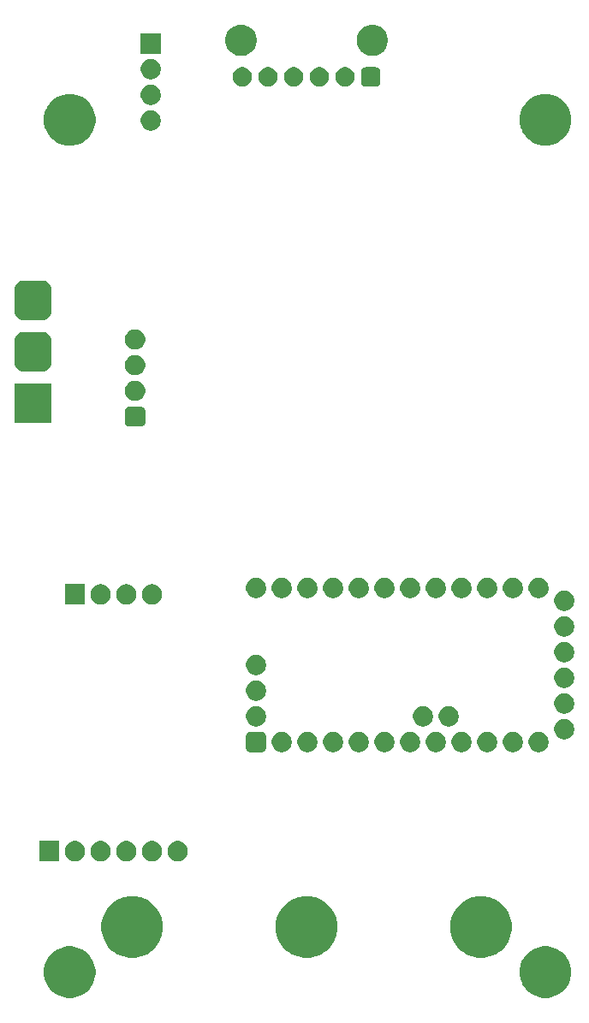
<source format=gbs>
%TF.GenerationSoftware,KiCad,Pcbnew,(5.1.6)-1*%
%TF.CreationDate,2020-11-10T13:56:35+01:00*%
%TF.ProjectId,uCurrent Meter,75437572-7265-46e7-9420-4d657465722e,rev?*%
%TF.SameCoordinates,Original*%
%TF.FileFunction,Soldermask,Bot*%
%TF.FilePolarity,Negative*%
%FSLAX46Y46*%
G04 Gerber Fmt 4.6, Leading zero omitted, Abs format (unit mm)*
G04 Created by KiCad (PCBNEW (5.1.6)-1) date 2020-11-10 13:56:35*
%MOMM*%
%LPD*%
G01*
G04 APERTURE LIST*
%ADD10C,0.150000*%
G04 APERTURE END LIST*
D10*
G36*
X156624098Y-146797033D02*
G01*
X157088350Y-146989332D01*
X157088352Y-146989333D01*
X157506168Y-147268509D01*
X157861491Y-147623832D01*
X157996575Y-147826000D01*
X158140668Y-148041650D01*
X158332967Y-148505902D01*
X158431000Y-148998747D01*
X158431000Y-149501253D01*
X158332967Y-149994098D01*
X158211093Y-150288329D01*
X158140667Y-150458352D01*
X157861491Y-150876168D01*
X157506168Y-151231491D01*
X157088352Y-151510667D01*
X157088351Y-151510668D01*
X157088350Y-151510668D01*
X156624098Y-151702967D01*
X156131253Y-151801000D01*
X155628747Y-151801000D01*
X155135902Y-151702967D01*
X154671650Y-151510668D01*
X154671649Y-151510668D01*
X154671648Y-151510667D01*
X154253832Y-151231491D01*
X153898509Y-150876168D01*
X153619333Y-150458352D01*
X153548907Y-150288329D01*
X153427033Y-149994098D01*
X153329000Y-149501253D01*
X153329000Y-148998747D01*
X153427033Y-148505902D01*
X153619332Y-148041650D01*
X153763425Y-147826000D01*
X153898509Y-147623832D01*
X154253832Y-147268509D01*
X154671648Y-146989333D01*
X154671650Y-146989332D01*
X155135902Y-146797033D01*
X155628747Y-146699000D01*
X156131253Y-146699000D01*
X156624098Y-146797033D01*
G37*
G36*
X109574098Y-146797033D02*
G01*
X110038350Y-146989332D01*
X110038352Y-146989333D01*
X110456168Y-147268509D01*
X110811491Y-147623832D01*
X110946575Y-147826000D01*
X111090668Y-148041650D01*
X111282967Y-148505902D01*
X111381000Y-148998747D01*
X111381000Y-149501253D01*
X111282967Y-149994098D01*
X111161093Y-150288329D01*
X111090667Y-150458352D01*
X110811491Y-150876168D01*
X110456168Y-151231491D01*
X110038352Y-151510667D01*
X110038351Y-151510668D01*
X110038350Y-151510668D01*
X109574098Y-151702967D01*
X109081253Y-151801000D01*
X108578747Y-151801000D01*
X108085902Y-151702967D01*
X107621650Y-151510668D01*
X107621649Y-151510668D01*
X107621648Y-151510667D01*
X107203832Y-151231491D01*
X106848509Y-150876168D01*
X106569333Y-150458352D01*
X106498907Y-150288329D01*
X106377033Y-149994098D01*
X106279000Y-149501253D01*
X106279000Y-148998747D01*
X106377033Y-148505902D01*
X106569332Y-148041650D01*
X106713425Y-147826000D01*
X106848509Y-147623832D01*
X107203832Y-147268509D01*
X107621648Y-146989333D01*
X107621650Y-146989332D01*
X108085902Y-146797033D01*
X108578747Y-146699000D01*
X109081253Y-146699000D01*
X109574098Y-146797033D01*
G37*
G36*
X150383293Y-141846248D02*
G01*
X150938539Y-142076238D01*
X150938540Y-142076239D01*
X151438249Y-142410134D01*
X151863216Y-142835101D01*
X151863217Y-142835103D01*
X152197112Y-143334811D01*
X152427102Y-143890057D01*
X152544350Y-144479501D01*
X152544350Y-145080499D01*
X152427102Y-145669943D01*
X152197112Y-146225189D01*
X152197111Y-146225190D01*
X151863216Y-146724899D01*
X151438249Y-147149866D01*
X151260687Y-147268509D01*
X150938539Y-147483762D01*
X150383293Y-147713752D01*
X149793849Y-147831000D01*
X149192851Y-147831000D01*
X148603407Y-147713752D01*
X148048161Y-147483762D01*
X147726013Y-147268509D01*
X147548451Y-147149866D01*
X147123484Y-146724899D01*
X146789589Y-146225190D01*
X146789588Y-146225189D01*
X146559598Y-145669943D01*
X146442350Y-145080499D01*
X146442350Y-144479501D01*
X146559598Y-143890057D01*
X146789588Y-143334811D01*
X147123483Y-142835103D01*
X147123484Y-142835101D01*
X147548451Y-142410134D01*
X148048160Y-142076239D01*
X148048161Y-142076238D01*
X148603407Y-141846248D01*
X149192851Y-141729000D01*
X149793849Y-141729000D01*
X150383293Y-141846248D01*
G37*
G36*
X133143293Y-141846248D02*
G01*
X133698539Y-142076238D01*
X133698540Y-142076239D01*
X134198249Y-142410134D01*
X134623216Y-142835101D01*
X134623217Y-142835103D01*
X134957112Y-143334811D01*
X135187102Y-143890057D01*
X135304350Y-144479501D01*
X135304350Y-145080499D01*
X135187102Y-145669943D01*
X134957112Y-146225189D01*
X134957111Y-146225190D01*
X134623216Y-146724899D01*
X134198249Y-147149866D01*
X134020687Y-147268509D01*
X133698539Y-147483762D01*
X133143293Y-147713752D01*
X132553849Y-147831000D01*
X131952851Y-147831000D01*
X131363407Y-147713752D01*
X130808161Y-147483762D01*
X130486013Y-147268509D01*
X130308451Y-147149866D01*
X129883484Y-146724899D01*
X129549589Y-146225190D01*
X129549588Y-146225189D01*
X129319598Y-145669943D01*
X129202350Y-145080499D01*
X129202350Y-144479501D01*
X129319598Y-143890057D01*
X129549588Y-143334811D01*
X129883483Y-142835103D01*
X129883484Y-142835101D01*
X130308451Y-142410134D01*
X130808160Y-142076239D01*
X130808161Y-142076238D01*
X131363407Y-141846248D01*
X131952851Y-141729000D01*
X132553849Y-141729000D01*
X133143293Y-141846248D01*
G37*
G36*
X115903293Y-141846248D02*
G01*
X116458539Y-142076238D01*
X116458540Y-142076239D01*
X116958249Y-142410134D01*
X117383216Y-142835101D01*
X117383217Y-142835103D01*
X117717112Y-143334811D01*
X117947102Y-143890057D01*
X118064350Y-144479501D01*
X118064350Y-145080499D01*
X117947102Y-145669943D01*
X117717112Y-146225189D01*
X117717111Y-146225190D01*
X117383216Y-146724899D01*
X116958249Y-147149866D01*
X116780687Y-147268509D01*
X116458539Y-147483762D01*
X115903293Y-147713752D01*
X115313849Y-147831000D01*
X114712851Y-147831000D01*
X114123407Y-147713752D01*
X113568161Y-147483762D01*
X113246013Y-147268509D01*
X113068451Y-147149866D01*
X112643484Y-146724899D01*
X112309589Y-146225190D01*
X112309588Y-146225189D01*
X112079598Y-145669943D01*
X111962350Y-145080499D01*
X111962350Y-144479501D01*
X112079598Y-143890057D01*
X112309588Y-143334811D01*
X112643483Y-142835103D01*
X112643484Y-142835101D01*
X113068451Y-142410134D01*
X113568160Y-142076239D01*
X113568161Y-142076238D01*
X114123407Y-141846248D01*
X114712851Y-141729000D01*
X115313849Y-141729000D01*
X115903293Y-141846248D01*
G37*
G36*
X107808000Y-138288000D02*
G01*
X105806000Y-138288000D01*
X105806000Y-136286000D01*
X107808000Y-136286000D01*
X107808000Y-138288000D01*
G37*
G36*
X109638981Y-136324468D02*
G01*
X109821151Y-136399926D01*
X109985100Y-136509473D01*
X110124527Y-136648900D01*
X110234074Y-136812849D01*
X110309532Y-136995019D01*
X110348000Y-137188410D01*
X110348000Y-137385590D01*
X110309532Y-137578981D01*
X110234074Y-137761151D01*
X110124527Y-137925100D01*
X109985100Y-138064527D01*
X109821151Y-138174074D01*
X109638981Y-138249532D01*
X109445591Y-138288000D01*
X109248409Y-138288000D01*
X109055019Y-138249532D01*
X108872849Y-138174074D01*
X108708900Y-138064527D01*
X108569473Y-137925100D01*
X108459926Y-137761151D01*
X108384468Y-137578981D01*
X108346000Y-137385590D01*
X108346000Y-137188410D01*
X108384468Y-136995019D01*
X108459926Y-136812849D01*
X108569473Y-136648900D01*
X108708900Y-136509473D01*
X108872849Y-136399926D01*
X109055019Y-136324468D01*
X109248409Y-136286000D01*
X109445591Y-136286000D01*
X109638981Y-136324468D01*
G37*
G36*
X112178981Y-136324468D02*
G01*
X112361151Y-136399926D01*
X112525100Y-136509473D01*
X112664527Y-136648900D01*
X112774074Y-136812849D01*
X112849532Y-136995019D01*
X112888000Y-137188410D01*
X112888000Y-137385590D01*
X112849532Y-137578981D01*
X112774074Y-137761151D01*
X112664527Y-137925100D01*
X112525100Y-138064527D01*
X112361151Y-138174074D01*
X112178981Y-138249532D01*
X111985591Y-138288000D01*
X111788409Y-138288000D01*
X111595019Y-138249532D01*
X111412849Y-138174074D01*
X111248900Y-138064527D01*
X111109473Y-137925100D01*
X110999926Y-137761151D01*
X110924468Y-137578981D01*
X110886000Y-137385590D01*
X110886000Y-137188410D01*
X110924468Y-136995019D01*
X110999926Y-136812849D01*
X111109473Y-136648900D01*
X111248900Y-136509473D01*
X111412849Y-136399926D01*
X111595019Y-136324468D01*
X111788409Y-136286000D01*
X111985591Y-136286000D01*
X112178981Y-136324468D01*
G37*
G36*
X114718981Y-136324468D02*
G01*
X114901151Y-136399926D01*
X115065100Y-136509473D01*
X115204527Y-136648900D01*
X115314074Y-136812849D01*
X115389532Y-136995019D01*
X115428000Y-137188410D01*
X115428000Y-137385590D01*
X115389532Y-137578981D01*
X115314074Y-137761151D01*
X115204527Y-137925100D01*
X115065100Y-138064527D01*
X114901151Y-138174074D01*
X114718981Y-138249532D01*
X114525591Y-138288000D01*
X114328409Y-138288000D01*
X114135019Y-138249532D01*
X113952849Y-138174074D01*
X113788900Y-138064527D01*
X113649473Y-137925100D01*
X113539926Y-137761151D01*
X113464468Y-137578981D01*
X113426000Y-137385590D01*
X113426000Y-137188410D01*
X113464468Y-136995019D01*
X113539926Y-136812849D01*
X113649473Y-136648900D01*
X113788900Y-136509473D01*
X113952849Y-136399926D01*
X114135019Y-136324468D01*
X114328409Y-136286000D01*
X114525591Y-136286000D01*
X114718981Y-136324468D01*
G37*
G36*
X117258981Y-136324468D02*
G01*
X117441151Y-136399926D01*
X117605100Y-136509473D01*
X117744527Y-136648900D01*
X117854074Y-136812849D01*
X117929532Y-136995019D01*
X117968000Y-137188410D01*
X117968000Y-137385590D01*
X117929532Y-137578981D01*
X117854074Y-137761151D01*
X117744527Y-137925100D01*
X117605100Y-138064527D01*
X117441151Y-138174074D01*
X117258981Y-138249532D01*
X117065591Y-138288000D01*
X116868409Y-138288000D01*
X116675019Y-138249532D01*
X116492849Y-138174074D01*
X116328900Y-138064527D01*
X116189473Y-137925100D01*
X116079926Y-137761151D01*
X116004468Y-137578981D01*
X115966000Y-137385590D01*
X115966000Y-137188410D01*
X116004468Y-136995019D01*
X116079926Y-136812849D01*
X116189473Y-136648900D01*
X116328900Y-136509473D01*
X116492849Y-136399926D01*
X116675019Y-136324468D01*
X116868409Y-136286000D01*
X117065591Y-136286000D01*
X117258981Y-136324468D01*
G37*
G36*
X119798981Y-136324468D02*
G01*
X119981151Y-136399926D01*
X120145100Y-136509473D01*
X120284527Y-136648900D01*
X120394074Y-136812849D01*
X120469532Y-136995019D01*
X120508000Y-137188410D01*
X120508000Y-137385590D01*
X120469532Y-137578981D01*
X120394074Y-137761151D01*
X120284527Y-137925100D01*
X120145100Y-138064527D01*
X119981151Y-138174074D01*
X119798981Y-138249532D01*
X119605591Y-138288000D01*
X119408409Y-138288000D01*
X119215019Y-138249532D01*
X119032849Y-138174074D01*
X118868900Y-138064527D01*
X118729473Y-137925100D01*
X118619926Y-137761151D01*
X118544468Y-137578981D01*
X118506000Y-137385590D01*
X118506000Y-137188410D01*
X118544468Y-136995019D01*
X118619926Y-136812849D01*
X118729473Y-136648900D01*
X118868900Y-136509473D01*
X119032849Y-136399926D01*
X119215019Y-136324468D01*
X119408409Y-136286000D01*
X119605591Y-136286000D01*
X119798981Y-136324468D01*
G37*
G36*
X142640938Y-125500617D02*
G01*
X142785981Y-125529468D01*
X142968151Y-125604926D01*
X143132100Y-125714473D01*
X143271527Y-125853900D01*
X143381074Y-126017849D01*
X143456532Y-126200019D01*
X143495000Y-126393410D01*
X143495000Y-126590590D01*
X143456532Y-126783981D01*
X143381074Y-126966151D01*
X143271527Y-127130100D01*
X143132100Y-127269527D01*
X142968151Y-127379074D01*
X142785981Y-127454532D01*
X142689285Y-127473766D01*
X142592591Y-127493000D01*
X142395409Y-127493000D01*
X142298715Y-127473766D01*
X142202019Y-127454532D01*
X142019849Y-127379074D01*
X141855900Y-127269527D01*
X141716473Y-127130100D01*
X141606926Y-126966151D01*
X141531468Y-126783981D01*
X141493000Y-126590590D01*
X141493000Y-126393410D01*
X141531468Y-126200019D01*
X141606926Y-126017849D01*
X141716473Y-125853900D01*
X141855900Y-125714473D01*
X142019849Y-125604926D01*
X142202019Y-125529468D01*
X142347062Y-125500617D01*
X142395409Y-125491000D01*
X142592591Y-125491000D01*
X142640938Y-125500617D01*
G37*
G36*
X127902333Y-125500009D02*
G01*
X127984379Y-125524898D01*
X128060006Y-125565321D01*
X128126285Y-125619715D01*
X128180679Y-125685994D01*
X128221102Y-125761621D01*
X128245990Y-125843664D01*
X128255000Y-125935140D01*
X128255000Y-127048860D01*
X128245991Y-127140333D01*
X128221102Y-127222379D01*
X128180679Y-127298006D01*
X128126285Y-127364285D01*
X128060006Y-127418679D01*
X127984379Y-127459102D01*
X127902333Y-127483991D01*
X127810860Y-127493000D01*
X126697140Y-127493000D01*
X126605667Y-127483991D01*
X126523621Y-127459102D01*
X126447994Y-127418679D01*
X126381715Y-127364285D01*
X126327321Y-127298006D01*
X126286898Y-127222379D01*
X126262009Y-127140333D01*
X126253000Y-127048860D01*
X126253000Y-125935140D01*
X126262010Y-125843664D01*
X126286898Y-125761621D01*
X126327321Y-125685994D01*
X126381715Y-125619715D01*
X126447994Y-125565321D01*
X126523621Y-125524898D01*
X126605667Y-125500009D01*
X126697140Y-125491000D01*
X127810860Y-125491000D01*
X127902333Y-125500009D01*
G37*
G36*
X129940938Y-125500617D02*
G01*
X130085981Y-125529468D01*
X130268151Y-125604926D01*
X130432100Y-125714473D01*
X130571527Y-125853900D01*
X130681074Y-126017849D01*
X130756532Y-126200019D01*
X130795000Y-126393410D01*
X130795000Y-126590590D01*
X130756532Y-126783981D01*
X130681074Y-126966151D01*
X130571527Y-127130100D01*
X130432100Y-127269527D01*
X130268151Y-127379074D01*
X130085981Y-127454532D01*
X129989285Y-127473766D01*
X129892591Y-127493000D01*
X129695409Y-127493000D01*
X129598715Y-127473766D01*
X129502019Y-127454532D01*
X129319849Y-127379074D01*
X129155900Y-127269527D01*
X129016473Y-127130100D01*
X128906926Y-126966151D01*
X128831468Y-126783981D01*
X128793000Y-126590590D01*
X128793000Y-126393410D01*
X128831468Y-126200019D01*
X128906926Y-126017849D01*
X129016473Y-125853900D01*
X129155900Y-125714473D01*
X129319849Y-125604926D01*
X129502019Y-125529468D01*
X129647062Y-125500617D01*
X129695409Y-125491000D01*
X129892591Y-125491000D01*
X129940938Y-125500617D01*
G37*
G36*
X132480938Y-125500617D02*
G01*
X132625981Y-125529468D01*
X132808151Y-125604926D01*
X132972100Y-125714473D01*
X133111527Y-125853900D01*
X133221074Y-126017849D01*
X133296532Y-126200019D01*
X133335000Y-126393410D01*
X133335000Y-126590590D01*
X133296532Y-126783981D01*
X133221074Y-126966151D01*
X133111527Y-127130100D01*
X132972100Y-127269527D01*
X132808151Y-127379074D01*
X132625981Y-127454532D01*
X132529285Y-127473766D01*
X132432591Y-127493000D01*
X132235409Y-127493000D01*
X132138715Y-127473766D01*
X132042019Y-127454532D01*
X131859849Y-127379074D01*
X131695900Y-127269527D01*
X131556473Y-127130100D01*
X131446926Y-126966151D01*
X131371468Y-126783981D01*
X131333000Y-126590590D01*
X131333000Y-126393410D01*
X131371468Y-126200019D01*
X131446926Y-126017849D01*
X131556473Y-125853900D01*
X131695900Y-125714473D01*
X131859849Y-125604926D01*
X132042019Y-125529468D01*
X132187062Y-125500617D01*
X132235409Y-125491000D01*
X132432591Y-125491000D01*
X132480938Y-125500617D01*
G37*
G36*
X140100938Y-125500617D02*
G01*
X140245981Y-125529468D01*
X140428151Y-125604926D01*
X140592100Y-125714473D01*
X140731527Y-125853900D01*
X140841074Y-126017849D01*
X140916532Y-126200019D01*
X140955000Y-126393410D01*
X140955000Y-126590590D01*
X140916532Y-126783981D01*
X140841074Y-126966151D01*
X140731527Y-127130100D01*
X140592100Y-127269527D01*
X140428151Y-127379074D01*
X140245981Y-127454532D01*
X140149285Y-127473766D01*
X140052591Y-127493000D01*
X139855409Y-127493000D01*
X139758715Y-127473766D01*
X139662019Y-127454532D01*
X139479849Y-127379074D01*
X139315900Y-127269527D01*
X139176473Y-127130100D01*
X139066926Y-126966151D01*
X138991468Y-126783981D01*
X138953000Y-126590590D01*
X138953000Y-126393410D01*
X138991468Y-126200019D01*
X139066926Y-126017849D01*
X139176473Y-125853900D01*
X139315900Y-125714473D01*
X139479849Y-125604926D01*
X139662019Y-125529468D01*
X139807062Y-125500617D01*
X139855409Y-125491000D01*
X140052591Y-125491000D01*
X140100938Y-125500617D01*
G37*
G36*
X145180938Y-125500617D02*
G01*
X145325981Y-125529468D01*
X145508151Y-125604926D01*
X145672100Y-125714473D01*
X145811527Y-125853900D01*
X145921074Y-126017849D01*
X145996532Y-126200019D01*
X146035000Y-126393410D01*
X146035000Y-126590590D01*
X145996532Y-126783981D01*
X145921074Y-126966151D01*
X145811527Y-127130100D01*
X145672100Y-127269527D01*
X145508151Y-127379074D01*
X145325981Y-127454532D01*
X145229285Y-127473766D01*
X145132591Y-127493000D01*
X144935409Y-127493000D01*
X144838715Y-127473766D01*
X144742019Y-127454532D01*
X144559849Y-127379074D01*
X144395900Y-127269527D01*
X144256473Y-127130100D01*
X144146926Y-126966151D01*
X144071468Y-126783981D01*
X144033000Y-126590590D01*
X144033000Y-126393410D01*
X144071468Y-126200019D01*
X144146926Y-126017849D01*
X144256473Y-125853900D01*
X144395900Y-125714473D01*
X144559849Y-125604926D01*
X144742019Y-125529468D01*
X144887062Y-125500617D01*
X144935409Y-125491000D01*
X145132591Y-125491000D01*
X145180938Y-125500617D01*
G37*
G36*
X135020938Y-125500617D02*
G01*
X135165981Y-125529468D01*
X135348151Y-125604926D01*
X135512100Y-125714473D01*
X135651527Y-125853900D01*
X135761074Y-126017849D01*
X135836532Y-126200019D01*
X135875000Y-126393410D01*
X135875000Y-126590590D01*
X135836532Y-126783981D01*
X135761074Y-126966151D01*
X135651527Y-127130100D01*
X135512100Y-127269527D01*
X135348151Y-127379074D01*
X135165981Y-127454532D01*
X135069285Y-127473766D01*
X134972591Y-127493000D01*
X134775409Y-127493000D01*
X134678715Y-127473766D01*
X134582019Y-127454532D01*
X134399849Y-127379074D01*
X134235900Y-127269527D01*
X134096473Y-127130100D01*
X133986926Y-126966151D01*
X133911468Y-126783981D01*
X133873000Y-126590590D01*
X133873000Y-126393410D01*
X133911468Y-126200019D01*
X133986926Y-126017849D01*
X134096473Y-125853900D01*
X134235900Y-125714473D01*
X134399849Y-125604926D01*
X134582019Y-125529468D01*
X134727062Y-125500617D01*
X134775409Y-125491000D01*
X134972591Y-125491000D01*
X135020938Y-125500617D01*
G37*
G36*
X150260938Y-125500617D02*
G01*
X150405981Y-125529468D01*
X150588151Y-125604926D01*
X150752100Y-125714473D01*
X150891527Y-125853900D01*
X151001074Y-126017849D01*
X151076532Y-126200019D01*
X151115000Y-126393410D01*
X151115000Y-126590590D01*
X151076532Y-126783981D01*
X151001074Y-126966151D01*
X150891527Y-127130100D01*
X150752100Y-127269527D01*
X150588151Y-127379074D01*
X150405981Y-127454532D01*
X150309285Y-127473766D01*
X150212591Y-127493000D01*
X150015409Y-127493000D01*
X149918715Y-127473766D01*
X149822019Y-127454532D01*
X149639849Y-127379074D01*
X149475900Y-127269527D01*
X149336473Y-127130100D01*
X149226926Y-126966151D01*
X149151468Y-126783981D01*
X149113000Y-126590590D01*
X149113000Y-126393410D01*
X149151468Y-126200019D01*
X149226926Y-126017849D01*
X149336473Y-125853900D01*
X149475900Y-125714473D01*
X149639849Y-125604926D01*
X149822019Y-125529468D01*
X149967062Y-125500617D01*
X150015409Y-125491000D01*
X150212591Y-125491000D01*
X150260938Y-125500617D01*
G37*
G36*
X152800938Y-125500617D02*
G01*
X152945981Y-125529468D01*
X153128151Y-125604926D01*
X153292100Y-125714473D01*
X153431527Y-125853900D01*
X153541074Y-126017849D01*
X153616532Y-126200019D01*
X153655000Y-126393410D01*
X153655000Y-126590590D01*
X153616532Y-126783981D01*
X153541074Y-126966151D01*
X153431527Y-127130100D01*
X153292100Y-127269527D01*
X153128151Y-127379074D01*
X152945981Y-127454532D01*
X152849285Y-127473766D01*
X152752591Y-127493000D01*
X152555409Y-127493000D01*
X152458715Y-127473766D01*
X152362019Y-127454532D01*
X152179849Y-127379074D01*
X152015900Y-127269527D01*
X151876473Y-127130100D01*
X151766926Y-126966151D01*
X151691468Y-126783981D01*
X151653000Y-126590590D01*
X151653000Y-126393410D01*
X151691468Y-126200019D01*
X151766926Y-126017849D01*
X151876473Y-125853900D01*
X152015900Y-125714473D01*
X152179849Y-125604926D01*
X152362019Y-125529468D01*
X152507062Y-125500617D01*
X152555409Y-125491000D01*
X152752591Y-125491000D01*
X152800938Y-125500617D01*
G37*
G36*
X155340938Y-125500617D02*
G01*
X155485981Y-125529468D01*
X155668151Y-125604926D01*
X155832100Y-125714473D01*
X155971527Y-125853900D01*
X156081074Y-126017849D01*
X156156532Y-126200019D01*
X156195000Y-126393410D01*
X156195000Y-126590590D01*
X156156532Y-126783981D01*
X156081074Y-126966151D01*
X155971527Y-127130100D01*
X155832100Y-127269527D01*
X155668151Y-127379074D01*
X155485981Y-127454532D01*
X155389285Y-127473766D01*
X155292591Y-127493000D01*
X155095409Y-127493000D01*
X154998715Y-127473766D01*
X154902019Y-127454532D01*
X154719849Y-127379074D01*
X154555900Y-127269527D01*
X154416473Y-127130100D01*
X154306926Y-126966151D01*
X154231468Y-126783981D01*
X154193000Y-126590590D01*
X154193000Y-126393410D01*
X154231468Y-126200019D01*
X154306926Y-126017849D01*
X154416473Y-125853900D01*
X154555900Y-125714473D01*
X154719849Y-125604926D01*
X154902019Y-125529468D01*
X155047062Y-125500617D01*
X155095409Y-125491000D01*
X155292591Y-125491000D01*
X155340938Y-125500617D01*
G37*
G36*
X137560938Y-125500617D02*
G01*
X137705981Y-125529468D01*
X137888151Y-125604926D01*
X138052100Y-125714473D01*
X138191527Y-125853900D01*
X138301074Y-126017849D01*
X138376532Y-126200019D01*
X138415000Y-126393410D01*
X138415000Y-126590590D01*
X138376532Y-126783981D01*
X138301074Y-126966151D01*
X138191527Y-127130100D01*
X138052100Y-127269527D01*
X137888151Y-127379074D01*
X137705981Y-127454532D01*
X137609285Y-127473766D01*
X137512591Y-127493000D01*
X137315409Y-127493000D01*
X137218715Y-127473766D01*
X137122019Y-127454532D01*
X136939849Y-127379074D01*
X136775900Y-127269527D01*
X136636473Y-127130100D01*
X136526926Y-126966151D01*
X136451468Y-126783981D01*
X136413000Y-126590590D01*
X136413000Y-126393410D01*
X136451468Y-126200019D01*
X136526926Y-126017849D01*
X136636473Y-125853900D01*
X136775900Y-125714473D01*
X136939849Y-125604926D01*
X137122019Y-125529468D01*
X137267062Y-125500617D01*
X137315409Y-125491000D01*
X137512591Y-125491000D01*
X137560938Y-125500617D01*
G37*
G36*
X147720938Y-125500617D02*
G01*
X147865981Y-125529468D01*
X148048151Y-125604926D01*
X148212100Y-125714473D01*
X148351527Y-125853900D01*
X148461074Y-126017849D01*
X148536532Y-126200019D01*
X148575000Y-126393410D01*
X148575000Y-126590590D01*
X148536532Y-126783981D01*
X148461074Y-126966151D01*
X148351527Y-127130100D01*
X148212100Y-127269527D01*
X148048151Y-127379074D01*
X147865981Y-127454532D01*
X147769285Y-127473766D01*
X147672591Y-127493000D01*
X147475409Y-127493000D01*
X147378715Y-127473766D01*
X147282019Y-127454532D01*
X147099849Y-127379074D01*
X146935900Y-127269527D01*
X146796473Y-127130100D01*
X146686926Y-126966151D01*
X146611468Y-126783981D01*
X146573000Y-126590590D01*
X146573000Y-126393410D01*
X146611468Y-126200019D01*
X146686926Y-126017849D01*
X146796473Y-125853900D01*
X146935900Y-125714473D01*
X147099849Y-125604926D01*
X147282019Y-125529468D01*
X147427062Y-125500617D01*
X147475409Y-125491000D01*
X147672591Y-125491000D01*
X147720938Y-125500617D01*
G37*
G36*
X157929285Y-124240234D02*
G01*
X158025981Y-124259468D01*
X158208151Y-124334926D01*
X158372100Y-124444473D01*
X158511527Y-124583900D01*
X158621074Y-124747849D01*
X158696532Y-124930019D01*
X158735000Y-125123410D01*
X158735000Y-125320590D01*
X158696532Y-125513981D01*
X158621074Y-125696151D01*
X158511527Y-125860100D01*
X158372100Y-125999527D01*
X158208151Y-126109074D01*
X158025981Y-126184532D01*
X157948123Y-126200019D01*
X157832591Y-126223000D01*
X157635409Y-126223000D01*
X157519877Y-126200019D01*
X157442019Y-126184532D01*
X157259849Y-126109074D01*
X157095900Y-125999527D01*
X156956473Y-125860100D01*
X156846926Y-125696151D01*
X156771468Y-125513981D01*
X156733000Y-125320590D01*
X156733000Y-125123410D01*
X156771468Y-124930019D01*
X156846926Y-124747849D01*
X156956473Y-124583900D01*
X157095900Y-124444473D01*
X157259849Y-124334926D01*
X157442019Y-124259468D01*
X157538715Y-124240234D01*
X157635409Y-124221000D01*
X157832591Y-124221000D01*
X157929285Y-124240234D01*
G37*
G36*
X146499285Y-122970234D02*
G01*
X146595981Y-122989468D01*
X146778151Y-123064926D01*
X146942100Y-123174473D01*
X147081527Y-123313900D01*
X147191074Y-123477849D01*
X147266532Y-123660019D01*
X147305000Y-123853410D01*
X147305000Y-124050590D01*
X147266532Y-124243981D01*
X147191074Y-124426151D01*
X147081527Y-124590100D01*
X146942100Y-124729527D01*
X146778151Y-124839074D01*
X146595981Y-124914532D01*
X146518123Y-124930019D01*
X146402591Y-124953000D01*
X146205409Y-124953000D01*
X146089877Y-124930019D01*
X146012019Y-124914532D01*
X145829849Y-124839074D01*
X145665900Y-124729527D01*
X145526473Y-124590100D01*
X145416926Y-124426151D01*
X145341468Y-124243981D01*
X145303000Y-124050590D01*
X145303000Y-123853410D01*
X145341468Y-123660019D01*
X145416926Y-123477849D01*
X145526473Y-123313900D01*
X145665900Y-123174473D01*
X145829849Y-123064926D01*
X146012019Y-122989468D01*
X146108715Y-122970234D01*
X146205409Y-122951000D01*
X146402591Y-122951000D01*
X146499285Y-122970234D01*
G37*
G36*
X143959285Y-122970234D02*
G01*
X144055981Y-122989468D01*
X144238151Y-123064926D01*
X144402100Y-123174473D01*
X144541527Y-123313900D01*
X144651074Y-123477849D01*
X144726532Y-123660019D01*
X144765000Y-123853410D01*
X144765000Y-124050590D01*
X144726532Y-124243981D01*
X144651074Y-124426151D01*
X144541527Y-124590100D01*
X144402100Y-124729527D01*
X144238151Y-124839074D01*
X144055981Y-124914532D01*
X143978123Y-124930019D01*
X143862591Y-124953000D01*
X143665409Y-124953000D01*
X143549877Y-124930019D01*
X143472019Y-124914532D01*
X143289849Y-124839074D01*
X143125900Y-124729527D01*
X142986473Y-124590100D01*
X142876926Y-124426151D01*
X142801468Y-124243981D01*
X142763000Y-124050590D01*
X142763000Y-123853410D01*
X142801468Y-123660019D01*
X142876926Y-123477849D01*
X142986473Y-123313900D01*
X143125900Y-123174473D01*
X143289849Y-123064926D01*
X143472019Y-122989468D01*
X143568715Y-122970234D01*
X143665409Y-122951000D01*
X143862591Y-122951000D01*
X143959285Y-122970234D01*
G37*
G36*
X127449285Y-122970234D02*
G01*
X127545981Y-122989468D01*
X127728151Y-123064926D01*
X127892100Y-123174473D01*
X128031527Y-123313900D01*
X128141074Y-123477849D01*
X128216532Y-123660019D01*
X128255000Y-123853410D01*
X128255000Y-124050590D01*
X128216532Y-124243981D01*
X128141074Y-124426151D01*
X128031527Y-124590100D01*
X127892100Y-124729527D01*
X127728151Y-124839074D01*
X127545981Y-124914532D01*
X127468123Y-124930019D01*
X127352591Y-124953000D01*
X127155409Y-124953000D01*
X127039877Y-124930019D01*
X126962019Y-124914532D01*
X126779849Y-124839074D01*
X126615900Y-124729527D01*
X126476473Y-124590100D01*
X126366926Y-124426151D01*
X126291468Y-124243981D01*
X126253000Y-124050590D01*
X126253000Y-123853410D01*
X126291468Y-123660019D01*
X126366926Y-123477849D01*
X126476473Y-123313900D01*
X126615900Y-123174473D01*
X126779849Y-123064926D01*
X126962019Y-122989468D01*
X127058715Y-122970234D01*
X127155409Y-122951000D01*
X127352591Y-122951000D01*
X127449285Y-122970234D01*
G37*
G36*
X158025981Y-121719468D02*
G01*
X158208151Y-121794926D01*
X158372100Y-121904473D01*
X158511527Y-122043900D01*
X158621074Y-122207849D01*
X158696532Y-122390019D01*
X158735000Y-122583410D01*
X158735000Y-122780590D01*
X158696532Y-122973981D01*
X158621074Y-123156151D01*
X158511527Y-123320100D01*
X158372100Y-123459527D01*
X158208151Y-123569074D01*
X158025981Y-123644532D01*
X157948123Y-123660019D01*
X157832591Y-123683000D01*
X157635409Y-123683000D01*
X157519877Y-123660019D01*
X157442019Y-123644532D01*
X157259849Y-123569074D01*
X157095900Y-123459527D01*
X156956473Y-123320100D01*
X156846926Y-123156151D01*
X156771468Y-122973981D01*
X156733000Y-122780590D01*
X156733000Y-122583410D01*
X156771468Y-122390019D01*
X156846926Y-122207849D01*
X156956473Y-122043900D01*
X157095900Y-121904473D01*
X157259849Y-121794926D01*
X157442019Y-121719468D01*
X157635409Y-121681000D01*
X157832591Y-121681000D01*
X158025981Y-121719468D01*
G37*
G36*
X127545981Y-120449468D02*
G01*
X127728151Y-120524926D01*
X127892100Y-120634473D01*
X128031527Y-120773900D01*
X128141074Y-120937849D01*
X128216532Y-121120019D01*
X128255000Y-121313410D01*
X128255000Y-121510590D01*
X128216532Y-121703981D01*
X128141074Y-121886151D01*
X128031527Y-122050100D01*
X127892100Y-122189527D01*
X127728151Y-122299074D01*
X127545981Y-122374532D01*
X127468123Y-122390019D01*
X127352591Y-122413000D01*
X127155409Y-122413000D01*
X127039877Y-122390019D01*
X126962019Y-122374532D01*
X126779849Y-122299074D01*
X126615900Y-122189527D01*
X126476473Y-122050100D01*
X126366926Y-121886151D01*
X126291468Y-121703981D01*
X126253000Y-121510590D01*
X126253000Y-121313410D01*
X126291468Y-121120019D01*
X126366926Y-120937849D01*
X126476473Y-120773900D01*
X126615900Y-120634473D01*
X126779849Y-120524926D01*
X126962019Y-120449468D01*
X127155409Y-120411000D01*
X127352591Y-120411000D01*
X127545981Y-120449468D01*
G37*
G36*
X158025981Y-119179468D02*
G01*
X158208151Y-119254926D01*
X158372100Y-119364473D01*
X158511527Y-119503900D01*
X158621074Y-119667849D01*
X158696532Y-119850019D01*
X158735000Y-120043410D01*
X158735000Y-120240590D01*
X158696532Y-120433981D01*
X158621074Y-120616151D01*
X158511527Y-120780100D01*
X158372100Y-120919527D01*
X158208151Y-121029074D01*
X158025981Y-121104532D01*
X157948123Y-121120019D01*
X157832591Y-121143000D01*
X157635409Y-121143000D01*
X157519877Y-121120019D01*
X157442019Y-121104532D01*
X157259849Y-121029074D01*
X157095900Y-120919527D01*
X156956473Y-120780100D01*
X156846926Y-120616151D01*
X156771468Y-120433981D01*
X156733000Y-120240590D01*
X156733000Y-120043410D01*
X156771468Y-119850019D01*
X156846926Y-119667849D01*
X156956473Y-119503900D01*
X157095900Y-119364473D01*
X157259849Y-119254926D01*
X157442019Y-119179468D01*
X157635409Y-119141000D01*
X157832591Y-119141000D01*
X158025981Y-119179468D01*
G37*
G36*
X127545981Y-117909468D02*
G01*
X127728151Y-117984926D01*
X127892100Y-118094473D01*
X128031527Y-118233900D01*
X128141074Y-118397849D01*
X128216532Y-118580019D01*
X128255000Y-118773410D01*
X128255000Y-118970590D01*
X128216532Y-119163981D01*
X128141074Y-119346151D01*
X128031527Y-119510100D01*
X127892100Y-119649527D01*
X127728151Y-119759074D01*
X127545981Y-119834532D01*
X127468123Y-119850019D01*
X127352591Y-119873000D01*
X127155409Y-119873000D01*
X127039877Y-119850019D01*
X126962019Y-119834532D01*
X126779849Y-119759074D01*
X126615900Y-119649527D01*
X126476473Y-119510100D01*
X126366926Y-119346151D01*
X126291468Y-119163981D01*
X126253000Y-118970590D01*
X126253000Y-118773410D01*
X126291468Y-118580019D01*
X126366926Y-118397849D01*
X126476473Y-118233900D01*
X126615900Y-118094473D01*
X126779849Y-117984926D01*
X126962019Y-117909468D01*
X127155409Y-117871000D01*
X127352591Y-117871000D01*
X127545981Y-117909468D01*
G37*
G36*
X157929285Y-116620234D02*
G01*
X158025981Y-116639468D01*
X158208151Y-116714926D01*
X158372100Y-116824473D01*
X158511527Y-116963900D01*
X158621074Y-117127849D01*
X158696532Y-117310019D01*
X158735000Y-117503410D01*
X158735000Y-117700590D01*
X158696532Y-117893981D01*
X158621074Y-118076151D01*
X158511527Y-118240100D01*
X158372100Y-118379527D01*
X158208151Y-118489074D01*
X158025981Y-118564532D01*
X157948123Y-118580019D01*
X157832591Y-118603000D01*
X157635409Y-118603000D01*
X157519877Y-118580019D01*
X157442019Y-118564532D01*
X157259849Y-118489074D01*
X157095900Y-118379527D01*
X156956473Y-118240100D01*
X156846926Y-118076151D01*
X156771468Y-117893981D01*
X156733000Y-117700590D01*
X156733000Y-117503410D01*
X156771468Y-117310019D01*
X156846926Y-117127849D01*
X156956473Y-116963900D01*
X157095900Y-116824473D01*
X157259849Y-116714926D01*
X157442019Y-116639468D01*
X157538715Y-116620234D01*
X157635409Y-116601000D01*
X157832591Y-116601000D01*
X157929285Y-116620234D01*
G37*
G36*
X158025981Y-114099468D02*
G01*
X158208151Y-114174926D01*
X158372100Y-114284473D01*
X158511527Y-114423900D01*
X158621074Y-114587849D01*
X158696532Y-114770019D01*
X158735000Y-114963410D01*
X158735000Y-115160590D01*
X158696532Y-115353981D01*
X158621074Y-115536151D01*
X158511527Y-115700100D01*
X158372100Y-115839527D01*
X158208151Y-115949074D01*
X158025981Y-116024532D01*
X157929285Y-116043766D01*
X157832591Y-116063000D01*
X157635409Y-116063000D01*
X157538715Y-116043766D01*
X157442019Y-116024532D01*
X157259849Y-115949074D01*
X157095900Y-115839527D01*
X156956473Y-115700100D01*
X156846926Y-115536151D01*
X156771468Y-115353981D01*
X156733000Y-115160590D01*
X156733000Y-114963410D01*
X156771468Y-114770019D01*
X156846926Y-114587849D01*
X156956473Y-114423900D01*
X157095900Y-114284473D01*
X157259849Y-114174926D01*
X157442019Y-114099468D01*
X157635409Y-114061000D01*
X157832591Y-114061000D01*
X158025981Y-114099468D01*
G37*
G36*
X157929285Y-111540234D02*
G01*
X158025981Y-111559468D01*
X158208151Y-111634926D01*
X158372100Y-111744473D01*
X158511527Y-111883900D01*
X158621074Y-112047849D01*
X158621075Y-112047851D01*
X158696532Y-112230020D01*
X158722616Y-112361149D01*
X158735000Y-112423410D01*
X158735000Y-112620590D01*
X158696532Y-112813981D01*
X158621074Y-112996151D01*
X158511527Y-113160100D01*
X158372100Y-113299527D01*
X158208151Y-113409074D01*
X158025981Y-113484532D01*
X157929285Y-113503766D01*
X157832591Y-113523000D01*
X157635409Y-113523000D01*
X157538715Y-113503766D01*
X157442019Y-113484532D01*
X157259849Y-113409074D01*
X157095900Y-113299527D01*
X156956473Y-113160100D01*
X156846926Y-112996151D01*
X156771468Y-112813981D01*
X156733000Y-112620590D01*
X156733000Y-112423410D01*
X156745385Y-112361149D01*
X156771468Y-112230020D01*
X156846925Y-112047851D01*
X156846926Y-112047849D01*
X156956473Y-111883900D01*
X157095900Y-111744473D01*
X157259849Y-111634926D01*
X157442019Y-111559468D01*
X157538715Y-111540234D01*
X157635409Y-111521000D01*
X157832591Y-111521000D01*
X157929285Y-111540234D01*
G37*
G36*
X117162285Y-110905234D02*
G01*
X117258981Y-110924468D01*
X117441151Y-110999926D01*
X117605100Y-111109473D01*
X117744527Y-111248900D01*
X117854074Y-111412849D01*
X117854075Y-111412851D01*
X117929532Y-111595020D01*
X117968000Y-111788409D01*
X117968000Y-111985591D01*
X117929532Y-112178981D01*
X117854074Y-112361151D01*
X117744527Y-112525100D01*
X117605100Y-112664527D01*
X117441151Y-112774074D01*
X117258981Y-112849532D01*
X117162285Y-112868766D01*
X117065591Y-112888000D01*
X116868409Y-112888000D01*
X116771715Y-112868766D01*
X116675019Y-112849532D01*
X116492849Y-112774074D01*
X116328900Y-112664527D01*
X116189473Y-112525100D01*
X116079926Y-112361151D01*
X116004468Y-112178981D01*
X115966000Y-111985591D01*
X115966000Y-111788409D01*
X116004468Y-111595020D01*
X116079925Y-111412851D01*
X116079926Y-111412849D01*
X116189473Y-111248900D01*
X116328900Y-111109473D01*
X116492849Y-110999926D01*
X116675019Y-110924468D01*
X116771715Y-110905234D01*
X116868409Y-110886000D01*
X117065591Y-110886000D01*
X117162285Y-110905234D01*
G37*
G36*
X112082285Y-110905234D02*
G01*
X112178981Y-110924468D01*
X112361151Y-110999926D01*
X112525100Y-111109473D01*
X112664527Y-111248900D01*
X112774074Y-111412849D01*
X112774075Y-111412851D01*
X112849532Y-111595020D01*
X112888000Y-111788409D01*
X112888000Y-111985591D01*
X112849532Y-112178981D01*
X112774074Y-112361151D01*
X112664527Y-112525100D01*
X112525100Y-112664527D01*
X112361151Y-112774074D01*
X112178981Y-112849532D01*
X112082285Y-112868766D01*
X111985591Y-112888000D01*
X111788409Y-112888000D01*
X111691715Y-112868766D01*
X111595019Y-112849532D01*
X111412849Y-112774074D01*
X111248900Y-112664527D01*
X111109473Y-112525100D01*
X110999926Y-112361151D01*
X110924468Y-112178981D01*
X110886000Y-111985591D01*
X110886000Y-111788409D01*
X110924468Y-111595020D01*
X110999925Y-111412851D01*
X110999926Y-111412849D01*
X111109473Y-111248900D01*
X111248900Y-111109473D01*
X111412849Y-110999926D01*
X111595019Y-110924468D01*
X111691715Y-110905234D01*
X111788409Y-110886000D01*
X111985591Y-110886000D01*
X112082285Y-110905234D01*
G37*
G36*
X114622285Y-110905234D02*
G01*
X114718981Y-110924468D01*
X114901151Y-110999926D01*
X115065100Y-111109473D01*
X115204527Y-111248900D01*
X115314074Y-111412849D01*
X115314075Y-111412851D01*
X115389532Y-111595020D01*
X115428000Y-111788409D01*
X115428000Y-111985591D01*
X115389532Y-112178981D01*
X115314074Y-112361151D01*
X115204527Y-112525100D01*
X115065100Y-112664527D01*
X114901151Y-112774074D01*
X114718981Y-112849532D01*
X114622285Y-112868766D01*
X114525591Y-112888000D01*
X114328409Y-112888000D01*
X114231715Y-112868766D01*
X114135019Y-112849532D01*
X113952849Y-112774074D01*
X113788900Y-112664527D01*
X113649473Y-112525100D01*
X113539926Y-112361151D01*
X113464468Y-112178981D01*
X113426000Y-111985591D01*
X113426000Y-111788409D01*
X113464468Y-111595020D01*
X113539925Y-111412851D01*
X113539926Y-111412849D01*
X113649473Y-111248900D01*
X113788900Y-111109473D01*
X113952849Y-110999926D01*
X114135019Y-110924468D01*
X114231715Y-110905234D01*
X114328409Y-110886000D01*
X114525591Y-110886000D01*
X114622285Y-110905234D01*
G37*
G36*
X110348000Y-112888000D02*
G01*
X108346000Y-112888000D01*
X108346000Y-110886000D01*
X110348000Y-110886000D01*
X110348000Y-112888000D01*
G37*
G36*
X145229285Y-110270234D02*
G01*
X145325981Y-110289468D01*
X145508151Y-110364926D01*
X145672100Y-110474473D01*
X145811527Y-110613900D01*
X145921074Y-110777849D01*
X145921075Y-110777851D01*
X145996532Y-110960020D01*
X146035000Y-111153409D01*
X146035000Y-111350591D01*
X146015766Y-111447285D01*
X145996532Y-111543981D01*
X145921074Y-111726151D01*
X145811527Y-111890100D01*
X145672100Y-112029527D01*
X145508151Y-112139074D01*
X145325981Y-112214532D01*
X145248123Y-112230019D01*
X145132591Y-112253000D01*
X144935409Y-112253000D01*
X144819877Y-112230019D01*
X144742019Y-112214532D01*
X144559849Y-112139074D01*
X144395900Y-112029527D01*
X144256473Y-111890100D01*
X144146926Y-111726151D01*
X144071468Y-111543981D01*
X144052234Y-111447285D01*
X144033000Y-111350591D01*
X144033000Y-111153409D01*
X144071468Y-110960020D01*
X144146925Y-110777851D01*
X144146926Y-110777849D01*
X144256473Y-110613900D01*
X144395900Y-110474473D01*
X144559849Y-110364926D01*
X144742019Y-110289468D01*
X144838715Y-110270234D01*
X144935409Y-110251000D01*
X145132591Y-110251000D01*
X145229285Y-110270234D01*
G37*
G36*
X135069285Y-110270234D02*
G01*
X135165981Y-110289468D01*
X135348151Y-110364926D01*
X135512100Y-110474473D01*
X135651527Y-110613900D01*
X135761074Y-110777849D01*
X135761075Y-110777851D01*
X135836532Y-110960020D01*
X135875000Y-111153409D01*
X135875000Y-111350591D01*
X135855766Y-111447285D01*
X135836532Y-111543981D01*
X135761074Y-111726151D01*
X135651527Y-111890100D01*
X135512100Y-112029527D01*
X135348151Y-112139074D01*
X135165981Y-112214532D01*
X135088123Y-112230019D01*
X134972591Y-112253000D01*
X134775409Y-112253000D01*
X134659877Y-112230019D01*
X134582019Y-112214532D01*
X134399849Y-112139074D01*
X134235900Y-112029527D01*
X134096473Y-111890100D01*
X133986926Y-111726151D01*
X133911468Y-111543981D01*
X133892234Y-111447285D01*
X133873000Y-111350591D01*
X133873000Y-111153409D01*
X133911468Y-110960020D01*
X133986925Y-110777851D01*
X133986926Y-110777849D01*
X134096473Y-110613900D01*
X134235900Y-110474473D01*
X134399849Y-110364926D01*
X134582019Y-110289468D01*
X134678715Y-110270234D01*
X134775409Y-110251000D01*
X134972591Y-110251000D01*
X135069285Y-110270234D01*
G37*
G36*
X147769285Y-110270234D02*
G01*
X147865981Y-110289468D01*
X148048151Y-110364926D01*
X148212100Y-110474473D01*
X148351527Y-110613900D01*
X148461074Y-110777849D01*
X148461075Y-110777851D01*
X148536532Y-110960020D01*
X148575000Y-111153409D01*
X148575000Y-111350591D01*
X148555766Y-111447285D01*
X148536532Y-111543981D01*
X148461074Y-111726151D01*
X148351527Y-111890100D01*
X148212100Y-112029527D01*
X148048151Y-112139074D01*
X147865981Y-112214532D01*
X147788123Y-112230019D01*
X147672591Y-112253000D01*
X147475409Y-112253000D01*
X147359877Y-112230019D01*
X147282019Y-112214532D01*
X147099849Y-112139074D01*
X146935900Y-112029527D01*
X146796473Y-111890100D01*
X146686926Y-111726151D01*
X146611468Y-111543981D01*
X146592234Y-111447285D01*
X146573000Y-111350591D01*
X146573000Y-111153409D01*
X146611468Y-110960020D01*
X146686925Y-110777851D01*
X146686926Y-110777849D01*
X146796473Y-110613900D01*
X146935900Y-110474473D01*
X147099849Y-110364926D01*
X147282019Y-110289468D01*
X147378715Y-110270234D01*
X147475409Y-110251000D01*
X147672591Y-110251000D01*
X147769285Y-110270234D01*
G37*
G36*
X132529285Y-110270234D02*
G01*
X132625981Y-110289468D01*
X132808151Y-110364926D01*
X132972100Y-110474473D01*
X133111527Y-110613900D01*
X133221074Y-110777849D01*
X133221075Y-110777851D01*
X133296532Y-110960020D01*
X133335000Y-111153409D01*
X133335000Y-111350591D01*
X133315766Y-111447285D01*
X133296532Y-111543981D01*
X133221074Y-111726151D01*
X133111527Y-111890100D01*
X132972100Y-112029527D01*
X132808151Y-112139074D01*
X132625981Y-112214532D01*
X132548123Y-112230019D01*
X132432591Y-112253000D01*
X132235409Y-112253000D01*
X132119877Y-112230019D01*
X132042019Y-112214532D01*
X131859849Y-112139074D01*
X131695900Y-112029527D01*
X131556473Y-111890100D01*
X131446926Y-111726151D01*
X131371468Y-111543981D01*
X131352234Y-111447285D01*
X131333000Y-111350591D01*
X131333000Y-111153409D01*
X131371468Y-110960020D01*
X131446925Y-110777851D01*
X131446926Y-110777849D01*
X131556473Y-110613900D01*
X131695900Y-110474473D01*
X131859849Y-110364926D01*
X132042019Y-110289468D01*
X132138715Y-110270234D01*
X132235409Y-110251000D01*
X132432591Y-110251000D01*
X132529285Y-110270234D01*
G37*
G36*
X129989285Y-110270234D02*
G01*
X130085981Y-110289468D01*
X130268151Y-110364926D01*
X130432100Y-110474473D01*
X130571527Y-110613900D01*
X130681074Y-110777849D01*
X130681075Y-110777851D01*
X130756532Y-110960020D01*
X130795000Y-111153409D01*
X130795000Y-111350591D01*
X130775766Y-111447285D01*
X130756532Y-111543981D01*
X130681074Y-111726151D01*
X130571527Y-111890100D01*
X130432100Y-112029527D01*
X130268151Y-112139074D01*
X130085981Y-112214532D01*
X130008123Y-112230019D01*
X129892591Y-112253000D01*
X129695409Y-112253000D01*
X129579877Y-112230019D01*
X129502019Y-112214532D01*
X129319849Y-112139074D01*
X129155900Y-112029527D01*
X129016473Y-111890100D01*
X128906926Y-111726151D01*
X128831468Y-111543981D01*
X128812234Y-111447285D01*
X128793000Y-111350591D01*
X128793000Y-111153409D01*
X128831468Y-110960020D01*
X128906925Y-110777851D01*
X128906926Y-110777849D01*
X129016473Y-110613900D01*
X129155900Y-110474473D01*
X129319849Y-110364926D01*
X129502019Y-110289468D01*
X129598715Y-110270234D01*
X129695409Y-110251000D01*
X129892591Y-110251000D01*
X129989285Y-110270234D01*
G37*
G36*
X127449285Y-110270234D02*
G01*
X127545981Y-110289468D01*
X127728151Y-110364926D01*
X127892100Y-110474473D01*
X128031527Y-110613900D01*
X128141074Y-110777849D01*
X128141075Y-110777851D01*
X128216532Y-110960020D01*
X128255000Y-111153409D01*
X128255000Y-111350591D01*
X128235766Y-111447285D01*
X128216532Y-111543981D01*
X128141074Y-111726151D01*
X128031527Y-111890100D01*
X127892100Y-112029527D01*
X127728151Y-112139074D01*
X127545981Y-112214532D01*
X127468123Y-112230019D01*
X127352591Y-112253000D01*
X127155409Y-112253000D01*
X127039877Y-112230019D01*
X126962019Y-112214532D01*
X126779849Y-112139074D01*
X126615900Y-112029527D01*
X126476473Y-111890100D01*
X126366926Y-111726151D01*
X126291468Y-111543981D01*
X126272234Y-111447285D01*
X126253000Y-111350591D01*
X126253000Y-111153409D01*
X126291468Y-110960020D01*
X126366925Y-110777851D01*
X126366926Y-110777849D01*
X126476473Y-110613900D01*
X126615900Y-110474473D01*
X126779849Y-110364926D01*
X126962019Y-110289468D01*
X127058715Y-110270234D01*
X127155409Y-110251000D01*
X127352591Y-110251000D01*
X127449285Y-110270234D01*
G37*
G36*
X142689285Y-110270234D02*
G01*
X142785981Y-110289468D01*
X142968151Y-110364926D01*
X143132100Y-110474473D01*
X143271527Y-110613900D01*
X143381074Y-110777849D01*
X143381075Y-110777851D01*
X143456532Y-110960020D01*
X143495000Y-111153409D01*
X143495000Y-111350591D01*
X143475766Y-111447285D01*
X143456532Y-111543981D01*
X143381074Y-111726151D01*
X143271527Y-111890100D01*
X143132100Y-112029527D01*
X142968151Y-112139074D01*
X142785981Y-112214532D01*
X142708123Y-112230019D01*
X142592591Y-112253000D01*
X142395409Y-112253000D01*
X142279877Y-112230019D01*
X142202019Y-112214532D01*
X142019849Y-112139074D01*
X141855900Y-112029527D01*
X141716473Y-111890100D01*
X141606926Y-111726151D01*
X141531468Y-111543981D01*
X141512234Y-111447285D01*
X141493000Y-111350591D01*
X141493000Y-111153409D01*
X141531468Y-110960020D01*
X141606925Y-110777851D01*
X141606926Y-110777849D01*
X141716473Y-110613900D01*
X141855900Y-110474473D01*
X142019849Y-110364926D01*
X142202019Y-110289468D01*
X142298715Y-110270234D01*
X142395409Y-110251000D01*
X142592591Y-110251000D01*
X142689285Y-110270234D01*
G37*
G36*
X140149285Y-110270234D02*
G01*
X140245981Y-110289468D01*
X140428151Y-110364926D01*
X140592100Y-110474473D01*
X140731527Y-110613900D01*
X140841074Y-110777849D01*
X140841075Y-110777851D01*
X140916532Y-110960020D01*
X140955000Y-111153409D01*
X140955000Y-111350591D01*
X140935766Y-111447285D01*
X140916532Y-111543981D01*
X140841074Y-111726151D01*
X140731527Y-111890100D01*
X140592100Y-112029527D01*
X140428151Y-112139074D01*
X140245981Y-112214532D01*
X140168123Y-112230019D01*
X140052591Y-112253000D01*
X139855409Y-112253000D01*
X139739877Y-112230019D01*
X139662019Y-112214532D01*
X139479849Y-112139074D01*
X139315900Y-112029527D01*
X139176473Y-111890100D01*
X139066926Y-111726151D01*
X138991468Y-111543981D01*
X138972234Y-111447285D01*
X138953000Y-111350591D01*
X138953000Y-111153409D01*
X138991468Y-110960020D01*
X139066925Y-110777851D01*
X139066926Y-110777849D01*
X139176473Y-110613900D01*
X139315900Y-110474473D01*
X139479849Y-110364926D01*
X139662019Y-110289468D01*
X139758715Y-110270234D01*
X139855409Y-110251000D01*
X140052591Y-110251000D01*
X140149285Y-110270234D01*
G37*
G36*
X150309285Y-110270234D02*
G01*
X150405981Y-110289468D01*
X150588151Y-110364926D01*
X150752100Y-110474473D01*
X150891527Y-110613900D01*
X151001074Y-110777849D01*
X151001075Y-110777851D01*
X151076532Y-110960020D01*
X151115000Y-111153409D01*
X151115000Y-111350591D01*
X151095766Y-111447285D01*
X151076532Y-111543981D01*
X151001074Y-111726151D01*
X150891527Y-111890100D01*
X150752100Y-112029527D01*
X150588151Y-112139074D01*
X150405981Y-112214532D01*
X150328123Y-112230019D01*
X150212591Y-112253000D01*
X150015409Y-112253000D01*
X149899877Y-112230019D01*
X149822019Y-112214532D01*
X149639849Y-112139074D01*
X149475900Y-112029527D01*
X149336473Y-111890100D01*
X149226926Y-111726151D01*
X149151468Y-111543981D01*
X149132234Y-111447285D01*
X149113000Y-111350591D01*
X149113000Y-111153409D01*
X149151468Y-110960020D01*
X149226925Y-110777851D01*
X149226926Y-110777849D01*
X149336473Y-110613900D01*
X149475900Y-110474473D01*
X149639849Y-110364926D01*
X149822019Y-110289468D01*
X149918715Y-110270234D01*
X150015409Y-110251000D01*
X150212591Y-110251000D01*
X150309285Y-110270234D01*
G37*
G36*
X152849285Y-110270234D02*
G01*
X152945981Y-110289468D01*
X153128151Y-110364926D01*
X153292100Y-110474473D01*
X153431527Y-110613900D01*
X153541074Y-110777849D01*
X153541075Y-110777851D01*
X153616532Y-110960020D01*
X153655000Y-111153409D01*
X153655000Y-111350591D01*
X153635766Y-111447285D01*
X153616532Y-111543981D01*
X153541074Y-111726151D01*
X153431527Y-111890100D01*
X153292100Y-112029527D01*
X153128151Y-112139074D01*
X152945981Y-112214532D01*
X152868123Y-112230019D01*
X152752591Y-112253000D01*
X152555409Y-112253000D01*
X152439877Y-112230019D01*
X152362019Y-112214532D01*
X152179849Y-112139074D01*
X152015900Y-112029527D01*
X151876473Y-111890100D01*
X151766926Y-111726151D01*
X151691468Y-111543981D01*
X151672234Y-111447285D01*
X151653000Y-111350591D01*
X151653000Y-111153409D01*
X151691468Y-110960020D01*
X151766925Y-110777851D01*
X151766926Y-110777849D01*
X151876473Y-110613900D01*
X152015900Y-110474473D01*
X152179849Y-110364926D01*
X152362019Y-110289468D01*
X152458715Y-110270234D01*
X152555409Y-110251000D01*
X152752591Y-110251000D01*
X152849285Y-110270234D01*
G37*
G36*
X137609285Y-110270234D02*
G01*
X137705981Y-110289468D01*
X137888151Y-110364926D01*
X138052100Y-110474473D01*
X138191527Y-110613900D01*
X138301074Y-110777849D01*
X138301075Y-110777851D01*
X138376532Y-110960020D01*
X138415000Y-111153409D01*
X138415000Y-111350591D01*
X138395766Y-111447285D01*
X138376532Y-111543981D01*
X138301074Y-111726151D01*
X138191527Y-111890100D01*
X138052100Y-112029527D01*
X137888151Y-112139074D01*
X137705981Y-112214532D01*
X137628123Y-112230019D01*
X137512591Y-112253000D01*
X137315409Y-112253000D01*
X137199877Y-112230019D01*
X137122019Y-112214532D01*
X136939849Y-112139074D01*
X136775900Y-112029527D01*
X136636473Y-111890100D01*
X136526926Y-111726151D01*
X136451468Y-111543981D01*
X136432234Y-111447285D01*
X136413000Y-111350591D01*
X136413000Y-111153409D01*
X136451468Y-110960020D01*
X136526925Y-110777851D01*
X136526926Y-110777849D01*
X136636473Y-110613900D01*
X136775900Y-110474473D01*
X136939849Y-110364926D01*
X137122019Y-110289468D01*
X137218715Y-110270234D01*
X137315409Y-110251000D01*
X137512591Y-110251000D01*
X137609285Y-110270234D01*
G37*
G36*
X155389285Y-110270234D02*
G01*
X155485981Y-110289468D01*
X155668151Y-110364926D01*
X155832100Y-110474473D01*
X155971527Y-110613900D01*
X156081074Y-110777849D01*
X156081075Y-110777851D01*
X156156532Y-110960020D01*
X156195000Y-111153409D01*
X156195000Y-111350591D01*
X156175766Y-111447285D01*
X156156532Y-111543981D01*
X156081074Y-111726151D01*
X155971527Y-111890100D01*
X155832100Y-112029527D01*
X155668151Y-112139074D01*
X155485981Y-112214532D01*
X155408123Y-112230019D01*
X155292591Y-112253000D01*
X155095409Y-112253000D01*
X154979877Y-112230019D01*
X154902019Y-112214532D01*
X154719849Y-112139074D01*
X154555900Y-112029527D01*
X154416473Y-111890100D01*
X154306926Y-111726151D01*
X154231468Y-111543981D01*
X154212234Y-111447285D01*
X154193000Y-111350591D01*
X154193000Y-111153409D01*
X154231468Y-110960020D01*
X154306925Y-110777851D01*
X154306926Y-110777849D01*
X154416473Y-110613900D01*
X154555900Y-110474473D01*
X154719849Y-110364926D01*
X154902019Y-110289468D01*
X154998715Y-110270234D01*
X155095409Y-110251000D01*
X155292591Y-110251000D01*
X155389285Y-110270234D01*
G37*
G36*
X115947183Y-93305509D02*
G01*
X116029229Y-93330398D01*
X116104856Y-93370821D01*
X116171135Y-93425215D01*
X116225529Y-93491494D01*
X116265952Y-93567121D01*
X116290841Y-93649167D01*
X116299850Y-93740640D01*
X116299850Y-94854360D01*
X116290841Y-94945833D01*
X116265952Y-95027879D01*
X116225529Y-95103506D01*
X116171135Y-95169785D01*
X116104856Y-95224179D01*
X116029229Y-95264602D01*
X115947183Y-95289491D01*
X115855710Y-95298500D01*
X114741990Y-95298500D01*
X114650517Y-95289491D01*
X114568471Y-95264602D01*
X114492844Y-95224179D01*
X114426565Y-95169785D01*
X114372171Y-95103506D01*
X114331748Y-95027879D01*
X114306859Y-94945833D01*
X114297850Y-94854360D01*
X114297850Y-93740640D01*
X114306859Y-93649167D01*
X114331748Y-93567121D01*
X114372171Y-93491494D01*
X114426565Y-93425215D01*
X114492844Y-93370821D01*
X114568471Y-93330398D01*
X114650517Y-93305509D01*
X114741990Y-93296500D01*
X115855710Y-93296500D01*
X115947183Y-93305509D01*
G37*
G36*
X107001000Y-94920000D02*
G01*
X103399000Y-94920000D01*
X103399000Y-91008000D01*
X107001000Y-91008000D01*
X107001000Y-94920000D01*
G37*
G36*
X115494135Y-90775734D02*
G01*
X115590831Y-90794968D01*
X115773001Y-90870426D01*
X115936950Y-90979973D01*
X116076377Y-91119400D01*
X116185924Y-91283349D01*
X116261382Y-91465519D01*
X116299850Y-91658910D01*
X116299850Y-91856090D01*
X116261382Y-92049481D01*
X116185924Y-92231651D01*
X116076377Y-92395600D01*
X115936950Y-92535027D01*
X115773001Y-92644574D01*
X115590831Y-92720032D01*
X115494135Y-92739266D01*
X115397441Y-92758500D01*
X115200259Y-92758500D01*
X115103565Y-92739266D01*
X115006869Y-92720032D01*
X114824699Y-92644574D01*
X114660750Y-92535027D01*
X114521323Y-92395600D01*
X114411776Y-92231651D01*
X114336318Y-92049481D01*
X114297850Y-91856090D01*
X114297850Y-91658910D01*
X114336318Y-91465519D01*
X114411776Y-91283349D01*
X114521323Y-91119400D01*
X114660750Y-90979973D01*
X114824699Y-90870426D01*
X115006869Y-90794968D01*
X115200259Y-90756500D01*
X115397441Y-90756500D01*
X115494135Y-90775734D01*
G37*
G36*
X115590831Y-88254968D02*
G01*
X115773001Y-88330426D01*
X115936950Y-88439973D01*
X116076377Y-88579400D01*
X116185924Y-88743349D01*
X116261382Y-88925519D01*
X116299850Y-89118910D01*
X116299850Y-89316090D01*
X116261382Y-89509481D01*
X116185924Y-89691651D01*
X116076377Y-89855600D01*
X115936950Y-89995027D01*
X115773001Y-90104574D01*
X115590831Y-90180032D01*
X115494135Y-90199266D01*
X115397441Y-90218500D01*
X115200259Y-90218500D01*
X115103565Y-90199266D01*
X115006869Y-90180032D01*
X114824699Y-90104574D01*
X114660750Y-89995027D01*
X114521323Y-89855600D01*
X114411776Y-89691651D01*
X114336318Y-89509481D01*
X114297850Y-89316090D01*
X114297850Y-89118910D01*
X114336318Y-88925519D01*
X114411776Y-88743349D01*
X114521323Y-88579400D01*
X114660750Y-88439973D01*
X114824699Y-88330426D01*
X115006869Y-88254968D01*
X115200259Y-88216500D01*
X115397441Y-88216500D01*
X115590831Y-88254968D01*
G37*
G36*
X106326366Y-85944695D02*
G01*
X106483460Y-85992349D01*
X106628231Y-86069731D01*
X106755128Y-86173872D01*
X106859269Y-86300769D01*
X106936651Y-86445540D01*
X106984305Y-86602634D01*
X107001000Y-86772140D01*
X107001000Y-88995860D01*
X106984305Y-89165366D01*
X106936651Y-89322460D01*
X106859269Y-89467231D01*
X106755128Y-89594128D01*
X106628231Y-89698269D01*
X106483460Y-89775651D01*
X106326366Y-89823305D01*
X106156860Y-89840000D01*
X104243140Y-89840000D01*
X104073634Y-89823305D01*
X103916540Y-89775651D01*
X103771769Y-89698269D01*
X103644872Y-89594128D01*
X103540731Y-89467231D01*
X103463349Y-89322460D01*
X103415695Y-89165366D01*
X103399000Y-88995860D01*
X103399000Y-86772140D01*
X103415695Y-86602634D01*
X103463349Y-86445540D01*
X103540731Y-86300769D01*
X103644872Y-86173872D01*
X103771769Y-86069731D01*
X103916540Y-85992349D01*
X104073634Y-85944695D01*
X104243140Y-85928000D01*
X106156860Y-85928000D01*
X106326366Y-85944695D01*
G37*
G36*
X115590831Y-85714968D02*
G01*
X115773001Y-85790426D01*
X115936950Y-85899973D01*
X116076377Y-86039400D01*
X116185924Y-86203349D01*
X116261382Y-86385519D01*
X116299850Y-86578910D01*
X116299850Y-86776090D01*
X116261382Y-86969481D01*
X116185924Y-87151651D01*
X116076377Y-87315600D01*
X115936950Y-87455027D01*
X115773001Y-87564574D01*
X115590831Y-87640032D01*
X115494135Y-87659266D01*
X115397441Y-87678500D01*
X115200259Y-87678500D01*
X115006869Y-87640032D01*
X114824699Y-87564574D01*
X114660750Y-87455027D01*
X114521323Y-87315600D01*
X114411776Y-87151651D01*
X114336318Y-86969481D01*
X114297850Y-86776090D01*
X114297850Y-86578910D01*
X114336318Y-86385519D01*
X114411776Y-86203349D01*
X114521323Y-86039400D01*
X114660750Y-85899973D01*
X114824699Y-85790426D01*
X115006869Y-85714968D01*
X115200259Y-85676500D01*
X115397441Y-85676500D01*
X115590831Y-85714968D01*
G37*
G36*
X106326366Y-80864695D02*
G01*
X106483460Y-80912349D01*
X106628231Y-80989731D01*
X106755128Y-81093872D01*
X106859269Y-81220769D01*
X106936651Y-81365540D01*
X106984305Y-81522634D01*
X107001000Y-81692140D01*
X107001000Y-83915860D01*
X106984305Y-84085366D01*
X106936651Y-84242460D01*
X106859269Y-84387231D01*
X106755128Y-84514128D01*
X106628231Y-84618269D01*
X106483460Y-84695651D01*
X106326366Y-84743305D01*
X106156860Y-84760000D01*
X104243140Y-84760000D01*
X104073634Y-84743305D01*
X103916540Y-84695651D01*
X103771769Y-84618269D01*
X103644872Y-84514128D01*
X103540731Y-84387231D01*
X103463349Y-84242460D01*
X103415695Y-84085366D01*
X103399000Y-83915860D01*
X103399000Y-81692140D01*
X103415695Y-81522634D01*
X103463349Y-81365540D01*
X103540731Y-81220769D01*
X103644872Y-81093872D01*
X103771769Y-80989731D01*
X103916540Y-80912349D01*
X104073634Y-80864695D01*
X104243140Y-80848000D01*
X106156860Y-80848000D01*
X106326366Y-80864695D01*
G37*
G36*
X109574098Y-62497033D02*
G01*
X110038350Y-62689332D01*
X110038352Y-62689333D01*
X110456168Y-62968509D01*
X110811491Y-63323832D01*
X110946575Y-63526000D01*
X111090668Y-63741650D01*
X111282967Y-64205902D01*
X111381000Y-64698747D01*
X111381000Y-65201253D01*
X111282967Y-65694098D01*
X111161837Y-65986532D01*
X111090667Y-66158352D01*
X110811491Y-66576168D01*
X110456168Y-66931491D01*
X110038352Y-67210667D01*
X110038351Y-67210668D01*
X110038350Y-67210668D01*
X109574098Y-67402967D01*
X109081253Y-67501000D01*
X108578747Y-67501000D01*
X108085902Y-67402967D01*
X107621650Y-67210668D01*
X107621649Y-67210668D01*
X107621648Y-67210667D01*
X107203832Y-66931491D01*
X106848509Y-66576168D01*
X106569333Y-66158352D01*
X106498163Y-65986532D01*
X106377033Y-65694098D01*
X106279000Y-65201253D01*
X106279000Y-64698747D01*
X106377033Y-64205902D01*
X106569332Y-63741650D01*
X106713425Y-63526000D01*
X106848509Y-63323832D01*
X107203832Y-62968509D01*
X107621648Y-62689333D01*
X107621650Y-62689332D01*
X108085902Y-62497033D01*
X108578747Y-62399000D01*
X109081253Y-62399000D01*
X109574098Y-62497033D01*
G37*
G36*
X156624098Y-62497033D02*
G01*
X157088350Y-62689332D01*
X157088352Y-62689333D01*
X157506168Y-62968509D01*
X157861491Y-63323832D01*
X157996575Y-63526000D01*
X158140668Y-63741650D01*
X158332967Y-64205902D01*
X158431000Y-64698747D01*
X158431000Y-65201253D01*
X158332967Y-65694098D01*
X158211837Y-65986532D01*
X158140667Y-66158352D01*
X157861491Y-66576168D01*
X157506168Y-66931491D01*
X157088352Y-67210667D01*
X157088351Y-67210668D01*
X157088350Y-67210668D01*
X156624098Y-67402967D01*
X156131253Y-67501000D01*
X155628747Y-67501000D01*
X155135902Y-67402967D01*
X154671650Y-67210668D01*
X154671649Y-67210668D01*
X154671648Y-67210667D01*
X154253832Y-66931491D01*
X153898509Y-66576168D01*
X153619333Y-66158352D01*
X153548163Y-65986532D01*
X153427033Y-65694098D01*
X153329000Y-65201253D01*
X153329000Y-64698747D01*
X153427033Y-64205902D01*
X153619332Y-63741650D01*
X153763425Y-63526000D01*
X153898509Y-63323832D01*
X154253832Y-62968509D01*
X154671648Y-62689333D01*
X154671650Y-62689332D01*
X155135902Y-62497033D01*
X155628747Y-62399000D01*
X156131253Y-62399000D01*
X156624098Y-62497033D01*
G37*
G36*
X117035285Y-64042234D02*
G01*
X117131981Y-64061468D01*
X117314151Y-64136926D01*
X117478100Y-64246473D01*
X117617527Y-64385900D01*
X117727074Y-64549849D01*
X117802532Y-64732019D01*
X117841000Y-64925410D01*
X117841000Y-65122590D01*
X117802532Y-65315981D01*
X117727074Y-65498151D01*
X117617527Y-65662100D01*
X117478100Y-65801527D01*
X117314151Y-65911074D01*
X117131981Y-65986532D01*
X117035285Y-66005766D01*
X116938591Y-66025000D01*
X116741409Y-66025000D01*
X116644715Y-66005766D01*
X116548019Y-65986532D01*
X116365849Y-65911074D01*
X116201900Y-65801527D01*
X116062473Y-65662100D01*
X115952926Y-65498151D01*
X115877468Y-65315981D01*
X115839000Y-65122590D01*
X115839000Y-64925410D01*
X115877468Y-64732019D01*
X115952926Y-64549849D01*
X116062473Y-64385900D01*
X116201900Y-64246473D01*
X116365849Y-64136926D01*
X116548019Y-64061468D01*
X116644715Y-64042234D01*
X116741409Y-64023000D01*
X116938591Y-64023000D01*
X117035285Y-64042234D01*
G37*
G36*
X117131981Y-61521468D02*
G01*
X117314151Y-61596926D01*
X117478100Y-61706473D01*
X117617527Y-61845900D01*
X117727074Y-62009849D01*
X117727075Y-62009851D01*
X117802532Y-62192020D01*
X117841000Y-62385409D01*
X117841000Y-62582591D01*
X117822553Y-62675329D01*
X117802532Y-62775981D01*
X117727074Y-62958151D01*
X117617527Y-63122100D01*
X117478100Y-63261527D01*
X117314151Y-63371074D01*
X117131981Y-63446532D01*
X117035285Y-63465766D01*
X116938591Y-63485000D01*
X116741409Y-63485000D01*
X116644715Y-63465766D01*
X116548019Y-63446532D01*
X116365849Y-63371074D01*
X116201900Y-63261527D01*
X116062473Y-63122100D01*
X115952926Y-62958151D01*
X115877468Y-62775981D01*
X115857447Y-62675329D01*
X115839000Y-62582591D01*
X115839000Y-62385409D01*
X115877468Y-62192020D01*
X115952925Y-62009851D01*
X115952926Y-62009849D01*
X116062473Y-61845900D01*
X116201900Y-61706473D01*
X116365849Y-61596926D01*
X116548019Y-61521468D01*
X116741409Y-61483000D01*
X116938591Y-61483000D01*
X117131981Y-61521468D01*
G37*
G36*
X139221805Y-59763528D02*
G01*
X139299162Y-59786995D01*
X139370467Y-59825108D01*
X139432958Y-59876392D01*
X139484242Y-59938883D01*
X139522355Y-60010188D01*
X139545822Y-60087545D01*
X139554350Y-60174140D01*
X139554350Y-61237860D01*
X139545822Y-61324455D01*
X139522355Y-61401812D01*
X139484242Y-61473117D01*
X139432958Y-61535608D01*
X139370467Y-61586892D01*
X139299162Y-61625005D01*
X139221805Y-61648472D01*
X139135210Y-61657000D01*
X138071490Y-61657000D01*
X137984895Y-61648472D01*
X137907538Y-61625005D01*
X137836233Y-61586892D01*
X137773742Y-61535608D01*
X137722458Y-61473117D01*
X137684345Y-61401812D01*
X137660878Y-61324455D01*
X137652350Y-61237860D01*
X137652350Y-60174140D01*
X137660878Y-60087545D01*
X137684345Y-60010188D01*
X137722458Y-59938883D01*
X137773742Y-59876392D01*
X137836233Y-59825108D01*
X137907538Y-59786995D01*
X137984895Y-59763528D01*
X138071490Y-59755000D01*
X139135210Y-59755000D01*
X139221805Y-59763528D01*
G37*
G36*
X126180745Y-59791546D02*
G01*
X126353816Y-59863234D01*
X126353817Y-59863235D01*
X126509577Y-59967310D01*
X126642040Y-60099773D01*
X126642041Y-60099775D01*
X126746116Y-60255534D01*
X126817804Y-60428605D01*
X126854350Y-60612333D01*
X126854350Y-60799667D01*
X126817804Y-60983395D01*
X126746116Y-61156466D01*
X126746115Y-61156467D01*
X126642040Y-61312227D01*
X126509577Y-61444690D01*
X126508104Y-61445674D01*
X126353816Y-61548766D01*
X126180745Y-61620454D01*
X125997017Y-61657000D01*
X125809683Y-61657000D01*
X125625955Y-61620454D01*
X125452884Y-61548766D01*
X125298596Y-61445674D01*
X125297123Y-61444690D01*
X125164660Y-61312227D01*
X125060585Y-61156467D01*
X125060584Y-61156466D01*
X124988896Y-60983395D01*
X124952350Y-60799667D01*
X124952350Y-60612333D01*
X124988896Y-60428605D01*
X125060584Y-60255534D01*
X125164659Y-60099775D01*
X125164660Y-60099773D01*
X125297123Y-59967310D01*
X125452883Y-59863235D01*
X125452884Y-59863234D01*
X125625955Y-59791546D01*
X125809683Y-59755000D01*
X125997017Y-59755000D01*
X126180745Y-59791546D01*
G37*
G36*
X128720745Y-59791546D02*
G01*
X128893816Y-59863234D01*
X128893817Y-59863235D01*
X129049577Y-59967310D01*
X129182040Y-60099773D01*
X129182041Y-60099775D01*
X129286116Y-60255534D01*
X129357804Y-60428605D01*
X129394350Y-60612333D01*
X129394350Y-60799667D01*
X129357804Y-60983395D01*
X129286116Y-61156466D01*
X129286115Y-61156467D01*
X129182040Y-61312227D01*
X129049577Y-61444690D01*
X129048104Y-61445674D01*
X128893816Y-61548766D01*
X128720745Y-61620454D01*
X128537017Y-61657000D01*
X128349683Y-61657000D01*
X128165955Y-61620454D01*
X127992884Y-61548766D01*
X127838596Y-61445674D01*
X127837123Y-61444690D01*
X127704660Y-61312227D01*
X127600585Y-61156467D01*
X127600584Y-61156466D01*
X127528896Y-60983395D01*
X127492350Y-60799667D01*
X127492350Y-60612333D01*
X127528896Y-60428605D01*
X127600584Y-60255534D01*
X127704659Y-60099775D01*
X127704660Y-60099773D01*
X127837123Y-59967310D01*
X127992883Y-59863235D01*
X127992884Y-59863234D01*
X128165955Y-59791546D01*
X128349683Y-59755000D01*
X128537017Y-59755000D01*
X128720745Y-59791546D01*
G37*
G36*
X131260745Y-59791546D02*
G01*
X131433816Y-59863234D01*
X131433817Y-59863235D01*
X131589577Y-59967310D01*
X131722040Y-60099773D01*
X131722041Y-60099775D01*
X131826116Y-60255534D01*
X131897804Y-60428605D01*
X131934350Y-60612333D01*
X131934350Y-60799667D01*
X131897804Y-60983395D01*
X131826116Y-61156466D01*
X131826115Y-61156467D01*
X131722040Y-61312227D01*
X131589577Y-61444690D01*
X131588104Y-61445674D01*
X131433816Y-61548766D01*
X131260745Y-61620454D01*
X131077017Y-61657000D01*
X130889683Y-61657000D01*
X130705955Y-61620454D01*
X130532884Y-61548766D01*
X130378596Y-61445674D01*
X130377123Y-61444690D01*
X130244660Y-61312227D01*
X130140585Y-61156467D01*
X130140584Y-61156466D01*
X130068896Y-60983395D01*
X130032350Y-60799667D01*
X130032350Y-60612333D01*
X130068896Y-60428605D01*
X130140584Y-60255534D01*
X130244659Y-60099775D01*
X130244660Y-60099773D01*
X130377123Y-59967310D01*
X130532883Y-59863235D01*
X130532884Y-59863234D01*
X130705955Y-59791546D01*
X130889683Y-59755000D01*
X131077017Y-59755000D01*
X131260745Y-59791546D01*
G37*
G36*
X133800745Y-59791546D02*
G01*
X133973816Y-59863234D01*
X133973817Y-59863235D01*
X134129577Y-59967310D01*
X134262040Y-60099773D01*
X134262041Y-60099775D01*
X134366116Y-60255534D01*
X134437804Y-60428605D01*
X134474350Y-60612333D01*
X134474350Y-60799667D01*
X134437804Y-60983395D01*
X134366116Y-61156466D01*
X134366115Y-61156467D01*
X134262040Y-61312227D01*
X134129577Y-61444690D01*
X134128104Y-61445674D01*
X133973816Y-61548766D01*
X133800745Y-61620454D01*
X133617017Y-61657000D01*
X133429683Y-61657000D01*
X133245955Y-61620454D01*
X133072884Y-61548766D01*
X132918596Y-61445674D01*
X132917123Y-61444690D01*
X132784660Y-61312227D01*
X132680585Y-61156467D01*
X132680584Y-61156466D01*
X132608896Y-60983395D01*
X132572350Y-60799667D01*
X132572350Y-60612333D01*
X132608896Y-60428605D01*
X132680584Y-60255534D01*
X132784659Y-60099775D01*
X132784660Y-60099773D01*
X132917123Y-59967310D01*
X133072883Y-59863235D01*
X133072884Y-59863234D01*
X133245955Y-59791546D01*
X133429683Y-59755000D01*
X133617017Y-59755000D01*
X133800745Y-59791546D01*
G37*
G36*
X136340745Y-59791546D02*
G01*
X136513816Y-59863234D01*
X136513817Y-59863235D01*
X136669577Y-59967310D01*
X136802040Y-60099773D01*
X136802041Y-60099775D01*
X136906116Y-60255534D01*
X136977804Y-60428605D01*
X137014350Y-60612333D01*
X137014350Y-60799667D01*
X136977804Y-60983395D01*
X136906116Y-61156466D01*
X136906115Y-61156467D01*
X136802040Y-61312227D01*
X136669577Y-61444690D01*
X136668104Y-61445674D01*
X136513816Y-61548766D01*
X136340745Y-61620454D01*
X136157017Y-61657000D01*
X135969683Y-61657000D01*
X135785955Y-61620454D01*
X135612884Y-61548766D01*
X135458596Y-61445674D01*
X135457123Y-61444690D01*
X135324660Y-61312227D01*
X135220585Y-61156467D01*
X135220584Y-61156466D01*
X135148896Y-60983395D01*
X135112350Y-60799667D01*
X135112350Y-60612333D01*
X135148896Y-60428605D01*
X135220584Y-60255534D01*
X135324659Y-60099775D01*
X135324660Y-60099773D01*
X135457123Y-59967310D01*
X135612883Y-59863235D01*
X135612884Y-59863234D01*
X135785955Y-59791546D01*
X135969683Y-59755000D01*
X136157017Y-59755000D01*
X136340745Y-59791546D01*
G37*
G36*
X117035285Y-58962234D02*
G01*
X117131981Y-58981468D01*
X117314151Y-59056926D01*
X117478100Y-59166473D01*
X117617527Y-59305900D01*
X117727074Y-59469849D01*
X117727075Y-59469851D01*
X117802532Y-59652020D01*
X117838957Y-59835136D01*
X117841000Y-59845410D01*
X117841000Y-60042590D01*
X117802532Y-60235981D01*
X117727074Y-60418151D01*
X117617527Y-60582100D01*
X117478100Y-60721527D01*
X117314151Y-60831074D01*
X117131981Y-60906532D01*
X116938591Y-60945000D01*
X116741409Y-60945000D01*
X116548019Y-60906532D01*
X116365849Y-60831074D01*
X116201900Y-60721527D01*
X116062473Y-60582100D01*
X115952926Y-60418151D01*
X115877468Y-60235981D01*
X115839000Y-60042590D01*
X115839000Y-59845410D01*
X115841044Y-59835136D01*
X115877468Y-59652020D01*
X115952925Y-59469851D01*
X115952926Y-59469849D01*
X116062473Y-59305900D01*
X116201900Y-59166473D01*
X116365849Y-59056926D01*
X116548019Y-58981468D01*
X116644715Y-58962234D01*
X116741409Y-58943000D01*
X116938591Y-58943000D01*
X117035285Y-58962234D01*
G37*
G36*
X139056935Y-55579802D02*
G01*
X139206760Y-55609604D01*
X139489024Y-55726521D01*
X139743055Y-55896259D01*
X139959091Y-56112295D01*
X140128829Y-56366326D01*
X140245746Y-56648590D01*
X140305350Y-56948240D01*
X140305350Y-57253760D01*
X140245746Y-57553410D01*
X140128829Y-57835674D01*
X139959091Y-58089705D01*
X139743055Y-58305741D01*
X139489024Y-58475479D01*
X139206760Y-58592396D01*
X139056935Y-58622198D01*
X138907111Y-58652000D01*
X138601589Y-58652000D01*
X138451765Y-58622198D01*
X138301940Y-58592396D01*
X138019676Y-58475479D01*
X137765645Y-58305741D01*
X137549609Y-58089705D01*
X137379871Y-57835674D01*
X137262954Y-57553410D01*
X137203350Y-57253760D01*
X137203350Y-56948240D01*
X137262954Y-56648590D01*
X137379871Y-56366326D01*
X137549609Y-56112295D01*
X137765645Y-55896259D01*
X138019676Y-55726521D01*
X138301940Y-55609604D01*
X138451765Y-55579802D01*
X138601589Y-55550000D01*
X138907111Y-55550000D01*
X139056935Y-55579802D01*
G37*
G36*
X126056935Y-55579802D02*
G01*
X126206760Y-55609604D01*
X126489024Y-55726521D01*
X126743055Y-55896259D01*
X126959091Y-56112295D01*
X127128829Y-56366326D01*
X127245746Y-56648590D01*
X127305350Y-56948240D01*
X127305350Y-57253760D01*
X127245746Y-57553410D01*
X127128829Y-57835674D01*
X126959091Y-58089705D01*
X126743055Y-58305741D01*
X126489024Y-58475479D01*
X126206760Y-58592396D01*
X126056935Y-58622198D01*
X125907111Y-58652000D01*
X125601589Y-58652000D01*
X125451765Y-58622198D01*
X125301940Y-58592396D01*
X125019676Y-58475479D01*
X124765645Y-58305741D01*
X124549609Y-58089705D01*
X124379871Y-57835674D01*
X124262954Y-57553410D01*
X124203350Y-57253760D01*
X124203350Y-56948240D01*
X124262954Y-56648590D01*
X124379871Y-56366326D01*
X124549609Y-56112295D01*
X124765645Y-55896259D01*
X125019676Y-55726521D01*
X125301940Y-55609604D01*
X125451765Y-55579802D01*
X125601589Y-55550000D01*
X125907111Y-55550000D01*
X126056935Y-55579802D01*
G37*
G36*
X117841000Y-58405000D02*
G01*
X115839000Y-58405000D01*
X115839000Y-56403000D01*
X117841000Y-56403000D01*
X117841000Y-58405000D01*
G37*
M02*

</source>
